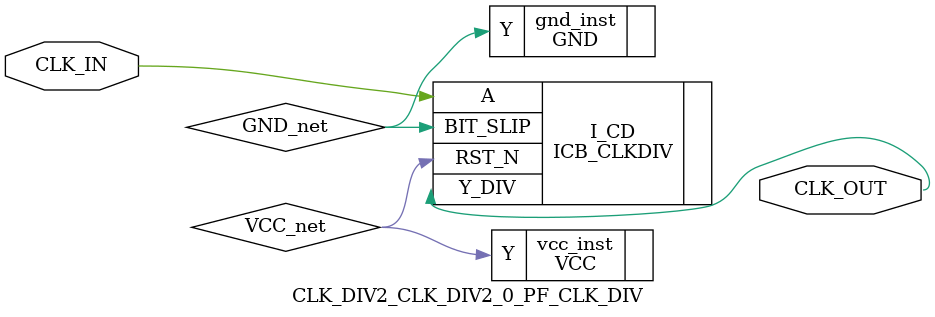
<source format=v>
`timescale 1 ns/100 ps


module CLK_DIV2_CLK_DIV2_0_PF_CLK_DIV(
       CLK_IN,
       CLK_OUT
    );
input  CLK_IN;
output CLK_OUT;

    wire GND_net, VCC_net;
    
    ICB_CLKDIV #( .DIVIDER(3'b010) )  I_CD (.RST_N(VCC_net), .BIT_SLIP(
        GND_net), .A(CLK_IN), .Y_DIV(CLK_OUT));
    VCC vcc_inst (.Y(VCC_net));
    GND gnd_inst (.Y(GND_net));
    
endmodule

</source>
